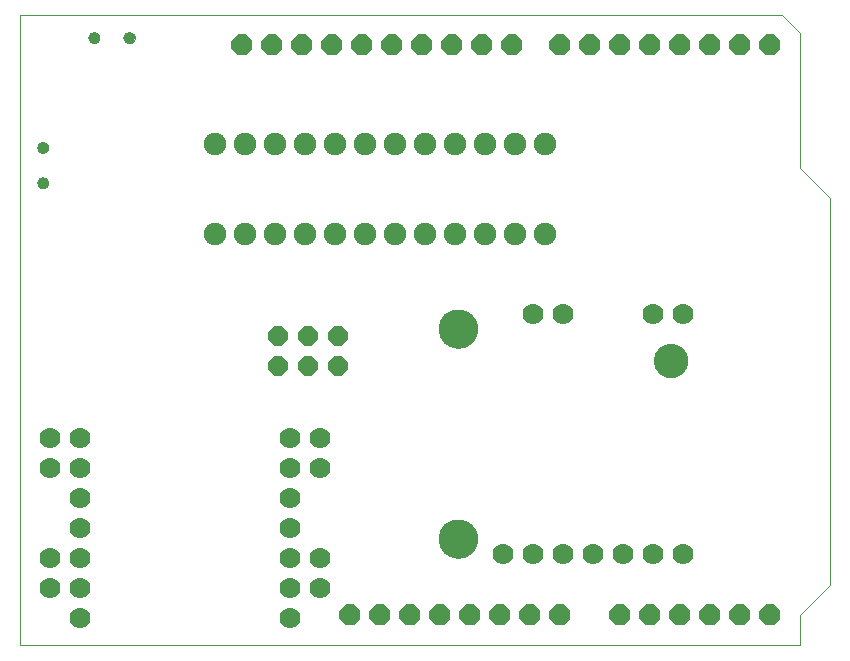
<source format=gbs>
G75*
%MOIN*%
%OFA0B0*%
%FSLAX25Y25*%
%IPPOS*%
%LPD*%
%AMOC8*
5,1,8,0,0,1.08239X$1,22.5*
%
%ADD10C,0.00004*%
%ADD11OC8,0.07000*%
%ADD12C,0.00000*%
%ADD13C,0.03943*%
%ADD14C,0.07000*%
%ADD15C,0.11424*%
%ADD16C,0.12998*%
%ADD17OC8,0.06337*%
%ADD18C,0.07487*%
D10*
X0016500Y0005000D02*
X0276500Y0005000D01*
X0276500Y0015000D01*
X0286500Y0025000D01*
X0286500Y0154000D01*
X0276500Y0164000D01*
X0276500Y0209000D01*
X0270500Y0215000D01*
X0016500Y0215000D01*
X0016500Y0005000D01*
D11*
X0126500Y0015000D03*
X0136500Y0015000D03*
X0146500Y0015000D03*
X0156500Y0015000D03*
X0166500Y0015000D03*
X0176500Y0015000D03*
X0186500Y0015000D03*
X0196500Y0015000D03*
X0216500Y0015000D03*
X0226500Y0015000D03*
X0236500Y0015000D03*
X0246500Y0015000D03*
X0256500Y0015000D03*
X0266500Y0015000D03*
X0266500Y0205000D03*
X0256500Y0205000D03*
X0246500Y0205000D03*
X0236500Y0205000D03*
X0226500Y0205000D03*
X0216500Y0205000D03*
X0206500Y0205000D03*
X0196500Y0205000D03*
X0180500Y0205000D03*
X0170500Y0205000D03*
X0160500Y0205000D03*
X0150500Y0205000D03*
X0140500Y0205000D03*
X0130500Y0205000D03*
X0120500Y0205000D03*
X0110500Y0205000D03*
X0100500Y0205000D03*
X0090500Y0205000D03*
D12*
X0051134Y0207500D02*
X0051136Y0207584D01*
X0051142Y0207667D01*
X0051152Y0207750D01*
X0051166Y0207833D01*
X0051183Y0207915D01*
X0051205Y0207996D01*
X0051230Y0208075D01*
X0051259Y0208154D01*
X0051292Y0208231D01*
X0051328Y0208306D01*
X0051368Y0208380D01*
X0051411Y0208452D01*
X0051458Y0208521D01*
X0051508Y0208588D01*
X0051561Y0208653D01*
X0051617Y0208715D01*
X0051675Y0208775D01*
X0051737Y0208832D01*
X0051801Y0208885D01*
X0051868Y0208936D01*
X0051937Y0208983D01*
X0052008Y0209028D01*
X0052081Y0209068D01*
X0052156Y0209105D01*
X0052233Y0209139D01*
X0052311Y0209169D01*
X0052390Y0209195D01*
X0052471Y0209218D01*
X0052553Y0209236D01*
X0052635Y0209251D01*
X0052718Y0209262D01*
X0052801Y0209269D01*
X0052885Y0209272D01*
X0052969Y0209271D01*
X0053052Y0209266D01*
X0053136Y0209257D01*
X0053218Y0209244D01*
X0053300Y0209228D01*
X0053381Y0209207D01*
X0053462Y0209183D01*
X0053540Y0209155D01*
X0053618Y0209123D01*
X0053694Y0209087D01*
X0053768Y0209048D01*
X0053840Y0209006D01*
X0053910Y0208960D01*
X0053978Y0208911D01*
X0054043Y0208859D01*
X0054106Y0208804D01*
X0054166Y0208746D01*
X0054224Y0208685D01*
X0054278Y0208621D01*
X0054330Y0208555D01*
X0054378Y0208487D01*
X0054423Y0208416D01*
X0054464Y0208343D01*
X0054503Y0208269D01*
X0054537Y0208193D01*
X0054568Y0208115D01*
X0054595Y0208036D01*
X0054619Y0207955D01*
X0054638Y0207874D01*
X0054654Y0207792D01*
X0054666Y0207709D01*
X0054674Y0207625D01*
X0054678Y0207542D01*
X0054678Y0207458D01*
X0054674Y0207375D01*
X0054666Y0207291D01*
X0054654Y0207208D01*
X0054638Y0207126D01*
X0054619Y0207045D01*
X0054595Y0206964D01*
X0054568Y0206885D01*
X0054537Y0206807D01*
X0054503Y0206731D01*
X0054464Y0206657D01*
X0054423Y0206584D01*
X0054378Y0206513D01*
X0054330Y0206445D01*
X0054278Y0206379D01*
X0054224Y0206315D01*
X0054166Y0206254D01*
X0054106Y0206196D01*
X0054043Y0206141D01*
X0053978Y0206089D01*
X0053910Y0206040D01*
X0053840Y0205994D01*
X0053768Y0205952D01*
X0053694Y0205913D01*
X0053618Y0205877D01*
X0053540Y0205845D01*
X0053462Y0205817D01*
X0053381Y0205793D01*
X0053300Y0205772D01*
X0053218Y0205756D01*
X0053136Y0205743D01*
X0053052Y0205734D01*
X0052969Y0205729D01*
X0052885Y0205728D01*
X0052801Y0205731D01*
X0052718Y0205738D01*
X0052635Y0205749D01*
X0052553Y0205764D01*
X0052471Y0205782D01*
X0052390Y0205805D01*
X0052311Y0205831D01*
X0052233Y0205861D01*
X0052156Y0205895D01*
X0052081Y0205932D01*
X0052008Y0205972D01*
X0051937Y0206017D01*
X0051868Y0206064D01*
X0051801Y0206115D01*
X0051737Y0206168D01*
X0051675Y0206225D01*
X0051617Y0206285D01*
X0051561Y0206347D01*
X0051508Y0206412D01*
X0051458Y0206479D01*
X0051411Y0206548D01*
X0051368Y0206620D01*
X0051328Y0206694D01*
X0051292Y0206769D01*
X0051259Y0206846D01*
X0051230Y0206925D01*
X0051205Y0207004D01*
X0051183Y0207085D01*
X0051166Y0207167D01*
X0051152Y0207250D01*
X0051142Y0207333D01*
X0051136Y0207416D01*
X0051134Y0207500D01*
X0039322Y0207500D02*
X0039324Y0207584D01*
X0039330Y0207667D01*
X0039340Y0207750D01*
X0039354Y0207833D01*
X0039371Y0207915D01*
X0039393Y0207996D01*
X0039418Y0208075D01*
X0039447Y0208154D01*
X0039480Y0208231D01*
X0039516Y0208306D01*
X0039556Y0208380D01*
X0039599Y0208452D01*
X0039646Y0208521D01*
X0039696Y0208588D01*
X0039749Y0208653D01*
X0039805Y0208715D01*
X0039863Y0208775D01*
X0039925Y0208832D01*
X0039989Y0208885D01*
X0040056Y0208936D01*
X0040125Y0208983D01*
X0040196Y0209028D01*
X0040269Y0209068D01*
X0040344Y0209105D01*
X0040421Y0209139D01*
X0040499Y0209169D01*
X0040578Y0209195D01*
X0040659Y0209218D01*
X0040741Y0209236D01*
X0040823Y0209251D01*
X0040906Y0209262D01*
X0040989Y0209269D01*
X0041073Y0209272D01*
X0041157Y0209271D01*
X0041240Y0209266D01*
X0041324Y0209257D01*
X0041406Y0209244D01*
X0041488Y0209228D01*
X0041569Y0209207D01*
X0041650Y0209183D01*
X0041728Y0209155D01*
X0041806Y0209123D01*
X0041882Y0209087D01*
X0041956Y0209048D01*
X0042028Y0209006D01*
X0042098Y0208960D01*
X0042166Y0208911D01*
X0042231Y0208859D01*
X0042294Y0208804D01*
X0042354Y0208746D01*
X0042412Y0208685D01*
X0042466Y0208621D01*
X0042518Y0208555D01*
X0042566Y0208487D01*
X0042611Y0208416D01*
X0042652Y0208343D01*
X0042691Y0208269D01*
X0042725Y0208193D01*
X0042756Y0208115D01*
X0042783Y0208036D01*
X0042807Y0207955D01*
X0042826Y0207874D01*
X0042842Y0207792D01*
X0042854Y0207709D01*
X0042862Y0207625D01*
X0042866Y0207542D01*
X0042866Y0207458D01*
X0042862Y0207375D01*
X0042854Y0207291D01*
X0042842Y0207208D01*
X0042826Y0207126D01*
X0042807Y0207045D01*
X0042783Y0206964D01*
X0042756Y0206885D01*
X0042725Y0206807D01*
X0042691Y0206731D01*
X0042652Y0206657D01*
X0042611Y0206584D01*
X0042566Y0206513D01*
X0042518Y0206445D01*
X0042466Y0206379D01*
X0042412Y0206315D01*
X0042354Y0206254D01*
X0042294Y0206196D01*
X0042231Y0206141D01*
X0042166Y0206089D01*
X0042098Y0206040D01*
X0042028Y0205994D01*
X0041956Y0205952D01*
X0041882Y0205913D01*
X0041806Y0205877D01*
X0041728Y0205845D01*
X0041650Y0205817D01*
X0041569Y0205793D01*
X0041488Y0205772D01*
X0041406Y0205756D01*
X0041324Y0205743D01*
X0041240Y0205734D01*
X0041157Y0205729D01*
X0041073Y0205728D01*
X0040989Y0205731D01*
X0040906Y0205738D01*
X0040823Y0205749D01*
X0040741Y0205764D01*
X0040659Y0205782D01*
X0040578Y0205805D01*
X0040499Y0205831D01*
X0040421Y0205861D01*
X0040344Y0205895D01*
X0040269Y0205932D01*
X0040196Y0205972D01*
X0040125Y0206017D01*
X0040056Y0206064D01*
X0039989Y0206115D01*
X0039925Y0206168D01*
X0039863Y0206225D01*
X0039805Y0206285D01*
X0039749Y0206347D01*
X0039696Y0206412D01*
X0039646Y0206479D01*
X0039599Y0206548D01*
X0039556Y0206620D01*
X0039516Y0206694D01*
X0039480Y0206769D01*
X0039447Y0206846D01*
X0039418Y0206925D01*
X0039393Y0207004D01*
X0039371Y0207085D01*
X0039354Y0207167D01*
X0039340Y0207250D01*
X0039330Y0207333D01*
X0039324Y0207416D01*
X0039322Y0207500D01*
X0022228Y0170906D02*
X0022230Y0170990D01*
X0022236Y0171073D01*
X0022246Y0171156D01*
X0022260Y0171239D01*
X0022277Y0171321D01*
X0022299Y0171402D01*
X0022324Y0171481D01*
X0022353Y0171560D01*
X0022386Y0171637D01*
X0022422Y0171712D01*
X0022462Y0171786D01*
X0022505Y0171858D01*
X0022552Y0171927D01*
X0022602Y0171994D01*
X0022655Y0172059D01*
X0022711Y0172121D01*
X0022769Y0172181D01*
X0022831Y0172238D01*
X0022895Y0172291D01*
X0022962Y0172342D01*
X0023031Y0172389D01*
X0023102Y0172434D01*
X0023175Y0172474D01*
X0023250Y0172511D01*
X0023327Y0172545D01*
X0023405Y0172575D01*
X0023484Y0172601D01*
X0023565Y0172624D01*
X0023647Y0172642D01*
X0023729Y0172657D01*
X0023812Y0172668D01*
X0023895Y0172675D01*
X0023979Y0172678D01*
X0024063Y0172677D01*
X0024146Y0172672D01*
X0024230Y0172663D01*
X0024312Y0172650D01*
X0024394Y0172634D01*
X0024475Y0172613D01*
X0024556Y0172589D01*
X0024634Y0172561D01*
X0024712Y0172529D01*
X0024788Y0172493D01*
X0024862Y0172454D01*
X0024934Y0172412D01*
X0025004Y0172366D01*
X0025072Y0172317D01*
X0025137Y0172265D01*
X0025200Y0172210D01*
X0025260Y0172152D01*
X0025318Y0172091D01*
X0025372Y0172027D01*
X0025424Y0171961D01*
X0025472Y0171893D01*
X0025517Y0171822D01*
X0025558Y0171749D01*
X0025597Y0171675D01*
X0025631Y0171599D01*
X0025662Y0171521D01*
X0025689Y0171442D01*
X0025713Y0171361D01*
X0025732Y0171280D01*
X0025748Y0171198D01*
X0025760Y0171115D01*
X0025768Y0171031D01*
X0025772Y0170948D01*
X0025772Y0170864D01*
X0025768Y0170781D01*
X0025760Y0170697D01*
X0025748Y0170614D01*
X0025732Y0170532D01*
X0025713Y0170451D01*
X0025689Y0170370D01*
X0025662Y0170291D01*
X0025631Y0170213D01*
X0025597Y0170137D01*
X0025558Y0170063D01*
X0025517Y0169990D01*
X0025472Y0169919D01*
X0025424Y0169851D01*
X0025372Y0169785D01*
X0025318Y0169721D01*
X0025260Y0169660D01*
X0025200Y0169602D01*
X0025137Y0169547D01*
X0025072Y0169495D01*
X0025004Y0169446D01*
X0024934Y0169400D01*
X0024862Y0169358D01*
X0024788Y0169319D01*
X0024712Y0169283D01*
X0024634Y0169251D01*
X0024556Y0169223D01*
X0024475Y0169199D01*
X0024394Y0169178D01*
X0024312Y0169162D01*
X0024230Y0169149D01*
X0024146Y0169140D01*
X0024063Y0169135D01*
X0023979Y0169134D01*
X0023895Y0169137D01*
X0023812Y0169144D01*
X0023729Y0169155D01*
X0023647Y0169170D01*
X0023565Y0169188D01*
X0023484Y0169211D01*
X0023405Y0169237D01*
X0023327Y0169267D01*
X0023250Y0169301D01*
X0023175Y0169338D01*
X0023102Y0169378D01*
X0023031Y0169423D01*
X0022962Y0169470D01*
X0022895Y0169521D01*
X0022831Y0169574D01*
X0022769Y0169631D01*
X0022711Y0169691D01*
X0022655Y0169753D01*
X0022602Y0169818D01*
X0022552Y0169885D01*
X0022505Y0169954D01*
X0022462Y0170026D01*
X0022422Y0170100D01*
X0022386Y0170175D01*
X0022353Y0170252D01*
X0022324Y0170331D01*
X0022299Y0170410D01*
X0022277Y0170491D01*
X0022260Y0170573D01*
X0022246Y0170656D01*
X0022236Y0170739D01*
X0022230Y0170822D01*
X0022228Y0170906D01*
X0022228Y0159094D02*
X0022230Y0159178D01*
X0022236Y0159261D01*
X0022246Y0159344D01*
X0022260Y0159427D01*
X0022277Y0159509D01*
X0022299Y0159590D01*
X0022324Y0159669D01*
X0022353Y0159748D01*
X0022386Y0159825D01*
X0022422Y0159900D01*
X0022462Y0159974D01*
X0022505Y0160046D01*
X0022552Y0160115D01*
X0022602Y0160182D01*
X0022655Y0160247D01*
X0022711Y0160309D01*
X0022769Y0160369D01*
X0022831Y0160426D01*
X0022895Y0160479D01*
X0022962Y0160530D01*
X0023031Y0160577D01*
X0023102Y0160622D01*
X0023175Y0160662D01*
X0023250Y0160699D01*
X0023327Y0160733D01*
X0023405Y0160763D01*
X0023484Y0160789D01*
X0023565Y0160812D01*
X0023647Y0160830D01*
X0023729Y0160845D01*
X0023812Y0160856D01*
X0023895Y0160863D01*
X0023979Y0160866D01*
X0024063Y0160865D01*
X0024146Y0160860D01*
X0024230Y0160851D01*
X0024312Y0160838D01*
X0024394Y0160822D01*
X0024475Y0160801D01*
X0024556Y0160777D01*
X0024634Y0160749D01*
X0024712Y0160717D01*
X0024788Y0160681D01*
X0024862Y0160642D01*
X0024934Y0160600D01*
X0025004Y0160554D01*
X0025072Y0160505D01*
X0025137Y0160453D01*
X0025200Y0160398D01*
X0025260Y0160340D01*
X0025318Y0160279D01*
X0025372Y0160215D01*
X0025424Y0160149D01*
X0025472Y0160081D01*
X0025517Y0160010D01*
X0025558Y0159937D01*
X0025597Y0159863D01*
X0025631Y0159787D01*
X0025662Y0159709D01*
X0025689Y0159630D01*
X0025713Y0159549D01*
X0025732Y0159468D01*
X0025748Y0159386D01*
X0025760Y0159303D01*
X0025768Y0159219D01*
X0025772Y0159136D01*
X0025772Y0159052D01*
X0025768Y0158969D01*
X0025760Y0158885D01*
X0025748Y0158802D01*
X0025732Y0158720D01*
X0025713Y0158639D01*
X0025689Y0158558D01*
X0025662Y0158479D01*
X0025631Y0158401D01*
X0025597Y0158325D01*
X0025558Y0158251D01*
X0025517Y0158178D01*
X0025472Y0158107D01*
X0025424Y0158039D01*
X0025372Y0157973D01*
X0025318Y0157909D01*
X0025260Y0157848D01*
X0025200Y0157790D01*
X0025137Y0157735D01*
X0025072Y0157683D01*
X0025004Y0157634D01*
X0024934Y0157588D01*
X0024862Y0157546D01*
X0024788Y0157507D01*
X0024712Y0157471D01*
X0024634Y0157439D01*
X0024556Y0157411D01*
X0024475Y0157387D01*
X0024394Y0157366D01*
X0024312Y0157350D01*
X0024230Y0157337D01*
X0024146Y0157328D01*
X0024063Y0157323D01*
X0023979Y0157322D01*
X0023895Y0157325D01*
X0023812Y0157332D01*
X0023729Y0157343D01*
X0023647Y0157358D01*
X0023565Y0157376D01*
X0023484Y0157399D01*
X0023405Y0157425D01*
X0023327Y0157455D01*
X0023250Y0157489D01*
X0023175Y0157526D01*
X0023102Y0157566D01*
X0023031Y0157611D01*
X0022962Y0157658D01*
X0022895Y0157709D01*
X0022831Y0157762D01*
X0022769Y0157819D01*
X0022711Y0157879D01*
X0022655Y0157941D01*
X0022602Y0158006D01*
X0022552Y0158073D01*
X0022505Y0158142D01*
X0022462Y0158214D01*
X0022422Y0158288D01*
X0022386Y0158363D01*
X0022353Y0158440D01*
X0022324Y0158519D01*
X0022299Y0158598D01*
X0022277Y0158679D01*
X0022260Y0158761D01*
X0022246Y0158844D01*
X0022236Y0158927D01*
X0022230Y0159010D01*
X0022228Y0159094D01*
X0156201Y0110500D02*
X0156203Y0110658D01*
X0156209Y0110816D01*
X0156219Y0110974D01*
X0156233Y0111132D01*
X0156251Y0111289D01*
X0156272Y0111446D01*
X0156298Y0111602D01*
X0156328Y0111758D01*
X0156361Y0111913D01*
X0156399Y0112066D01*
X0156440Y0112219D01*
X0156485Y0112371D01*
X0156534Y0112522D01*
X0156587Y0112671D01*
X0156643Y0112819D01*
X0156703Y0112965D01*
X0156767Y0113110D01*
X0156835Y0113253D01*
X0156906Y0113395D01*
X0156980Y0113535D01*
X0157058Y0113672D01*
X0157140Y0113808D01*
X0157224Y0113942D01*
X0157313Y0114073D01*
X0157404Y0114202D01*
X0157499Y0114329D01*
X0157596Y0114454D01*
X0157697Y0114576D01*
X0157801Y0114695D01*
X0157908Y0114812D01*
X0158018Y0114926D01*
X0158131Y0115037D01*
X0158246Y0115146D01*
X0158364Y0115251D01*
X0158485Y0115353D01*
X0158608Y0115453D01*
X0158734Y0115549D01*
X0158862Y0115642D01*
X0158992Y0115732D01*
X0159125Y0115818D01*
X0159260Y0115902D01*
X0159396Y0115981D01*
X0159535Y0116058D01*
X0159676Y0116130D01*
X0159818Y0116200D01*
X0159962Y0116265D01*
X0160108Y0116327D01*
X0160255Y0116385D01*
X0160404Y0116440D01*
X0160554Y0116491D01*
X0160705Y0116538D01*
X0160857Y0116581D01*
X0161010Y0116620D01*
X0161165Y0116656D01*
X0161320Y0116687D01*
X0161476Y0116715D01*
X0161632Y0116739D01*
X0161789Y0116759D01*
X0161947Y0116775D01*
X0162104Y0116787D01*
X0162263Y0116795D01*
X0162421Y0116799D01*
X0162579Y0116799D01*
X0162737Y0116795D01*
X0162896Y0116787D01*
X0163053Y0116775D01*
X0163211Y0116759D01*
X0163368Y0116739D01*
X0163524Y0116715D01*
X0163680Y0116687D01*
X0163835Y0116656D01*
X0163990Y0116620D01*
X0164143Y0116581D01*
X0164295Y0116538D01*
X0164446Y0116491D01*
X0164596Y0116440D01*
X0164745Y0116385D01*
X0164892Y0116327D01*
X0165038Y0116265D01*
X0165182Y0116200D01*
X0165324Y0116130D01*
X0165465Y0116058D01*
X0165604Y0115981D01*
X0165740Y0115902D01*
X0165875Y0115818D01*
X0166008Y0115732D01*
X0166138Y0115642D01*
X0166266Y0115549D01*
X0166392Y0115453D01*
X0166515Y0115353D01*
X0166636Y0115251D01*
X0166754Y0115146D01*
X0166869Y0115037D01*
X0166982Y0114926D01*
X0167092Y0114812D01*
X0167199Y0114695D01*
X0167303Y0114576D01*
X0167404Y0114454D01*
X0167501Y0114329D01*
X0167596Y0114202D01*
X0167687Y0114073D01*
X0167776Y0113942D01*
X0167860Y0113808D01*
X0167942Y0113672D01*
X0168020Y0113535D01*
X0168094Y0113395D01*
X0168165Y0113253D01*
X0168233Y0113110D01*
X0168297Y0112965D01*
X0168357Y0112819D01*
X0168413Y0112671D01*
X0168466Y0112522D01*
X0168515Y0112371D01*
X0168560Y0112219D01*
X0168601Y0112066D01*
X0168639Y0111913D01*
X0168672Y0111758D01*
X0168702Y0111602D01*
X0168728Y0111446D01*
X0168749Y0111289D01*
X0168767Y0111132D01*
X0168781Y0110974D01*
X0168791Y0110816D01*
X0168797Y0110658D01*
X0168799Y0110500D01*
X0168797Y0110342D01*
X0168791Y0110184D01*
X0168781Y0110026D01*
X0168767Y0109868D01*
X0168749Y0109711D01*
X0168728Y0109554D01*
X0168702Y0109398D01*
X0168672Y0109242D01*
X0168639Y0109087D01*
X0168601Y0108934D01*
X0168560Y0108781D01*
X0168515Y0108629D01*
X0168466Y0108478D01*
X0168413Y0108329D01*
X0168357Y0108181D01*
X0168297Y0108035D01*
X0168233Y0107890D01*
X0168165Y0107747D01*
X0168094Y0107605D01*
X0168020Y0107465D01*
X0167942Y0107328D01*
X0167860Y0107192D01*
X0167776Y0107058D01*
X0167687Y0106927D01*
X0167596Y0106798D01*
X0167501Y0106671D01*
X0167404Y0106546D01*
X0167303Y0106424D01*
X0167199Y0106305D01*
X0167092Y0106188D01*
X0166982Y0106074D01*
X0166869Y0105963D01*
X0166754Y0105854D01*
X0166636Y0105749D01*
X0166515Y0105647D01*
X0166392Y0105547D01*
X0166266Y0105451D01*
X0166138Y0105358D01*
X0166008Y0105268D01*
X0165875Y0105182D01*
X0165740Y0105098D01*
X0165604Y0105019D01*
X0165465Y0104942D01*
X0165324Y0104870D01*
X0165182Y0104800D01*
X0165038Y0104735D01*
X0164892Y0104673D01*
X0164745Y0104615D01*
X0164596Y0104560D01*
X0164446Y0104509D01*
X0164295Y0104462D01*
X0164143Y0104419D01*
X0163990Y0104380D01*
X0163835Y0104344D01*
X0163680Y0104313D01*
X0163524Y0104285D01*
X0163368Y0104261D01*
X0163211Y0104241D01*
X0163053Y0104225D01*
X0162896Y0104213D01*
X0162737Y0104205D01*
X0162579Y0104201D01*
X0162421Y0104201D01*
X0162263Y0104205D01*
X0162104Y0104213D01*
X0161947Y0104225D01*
X0161789Y0104241D01*
X0161632Y0104261D01*
X0161476Y0104285D01*
X0161320Y0104313D01*
X0161165Y0104344D01*
X0161010Y0104380D01*
X0160857Y0104419D01*
X0160705Y0104462D01*
X0160554Y0104509D01*
X0160404Y0104560D01*
X0160255Y0104615D01*
X0160108Y0104673D01*
X0159962Y0104735D01*
X0159818Y0104800D01*
X0159676Y0104870D01*
X0159535Y0104942D01*
X0159396Y0105019D01*
X0159260Y0105098D01*
X0159125Y0105182D01*
X0158992Y0105268D01*
X0158862Y0105358D01*
X0158734Y0105451D01*
X0158608Y0105547D01*
X0158485Y0105647D01*
X0158364Y0105749D01*
X0158246Y0105854D01*
X0158131Y0105963D01*
X0158018Y0106074D01*
X0157908Y0106188D01*
X0157801Y0106305D01*
X0157697Y0106424D01*
X0157596Y0106546D01*
X0157499Y0106671D01*
X0157404Y0106798D01*
X0157313Y0106927D01*
X0157224Y0107058D01*
X0157140Y0107192D01*
X0157058Y0107328D01*
X0156980Y0107465D01*
X0156906Y0107605D01*
X0156835Y0107747D01*
X0156767Y0107890D01*
X0156703Y0108035D01*
X0156643Y0108181D01*
X0156587Y0108329D01*
X0156534Y0108478D01*
X0156485Y0108629D01*
X0156440Y0108781D01*
X0156399Y0108934D01*
X0156361Y0109087D01*
X0156328Y0109242D01*
X0156298Y0109398D01*
X0156272Y0109554D01*
X0156251Y0109711D01*
X0156233Y0109868D01*
X0156219Y0110026D01*
X0156209Y0110184D01*
X0156203Y0110342D01*
X0156201Y0110500D01*
X0227788Y0099900D02*
X0227790Y0100048D01*
X0227796Y0100196D01*
X0227806Y0100344D01*
X0227820Y0100491D01*
X0227838Y0100638D01*
X0227859Y0100784D01*
X0227885Y0100930D01*
X0227915Y0101075D01*
X0227948Y0101219D01*
X0227986Y0101362D01*
X0228027Y0101504D01*
X0228072Y0101645D01*
X0228120Y0101785D01*
X0228173Y0101924D01*
X0228229Y0102061D01*
X0228289Y0102196D01*
X0228352Y0102330D01*
X0228419Y0102462D01*
X0228490Y0102592D01*
X0228564Y0102720D01*
X0228641Y0102846D01*
X0228722Y0102970D01*
X0228806Y0103092D01*
X0228893Y0103211D01*
X0228984Y0103328D01*
X0229078Y0103443D01*
X0229174Y0103555D01*
X0229274Y0103665D01*
X0229376Y0103771D01*
X0229482Y0103875D01*
X0229590Y0103976D01*
X0229701Y0104074D01*
X0229814Y0104170D01*
X0229930Y0104262D01*
X0230048Y0104351D01*
X0230169Y0104436D01*
X0230292Y0104519D01*
X0230417Y0104598D01*
X0230544Y0104674D01*
X0230673Y0104746D01*
X0230804Y0104815D01*
X0230937Y0104880D01*
X0231072Y0104941D01*
X0231208Y0104999D01*
X0231345Y0105054D01*
X0231484Y0105104D01*
X0231625Y0105151D01*
X0231766Y0105194D01*
X0231909Y0105234D01*
X0232053Y0105269D01*
X0232197Y0105301D01*
X0232343Y0105328D01*
X0232489Y0105352D01*
X0232636Y0105372D01*
X0232783Y0105388D01*
X0232930Y0105400D01*
X0233078Y0105408D01*
X0233226Y0105412D01*
X0233374Y0105412D01*
X0233522Y0105408D01*
X0233670Y0105400D01*
X0233817Y0105388D01*
X0233964Y0105372D01*
X0234111Y0105352D01*
X0234257Y0105328D01*
X0234403Y0105301D01*
X0234547Y0105269D01*
X0234691Y0105234D01*
X0234834Y0105194D01*
X0234975Y0105151D01*
X0235116Y0105104D01*
X0235255Y0105054D01*
X0235392Y0104999D01*
X0235528Y0104941D01*
X0235663Y0104880D01*
X0235796Y0104815D01*
X0235927Y0104746D01*
X0236056Y0104674D01*
X0236183Y0104598D01*
X0236308Y0104519D01*
X0236431Y0104436D01*
X0236552Y0104351D01*
X0236670Y0104262D01*
X0236786Y0104170D01*
X0236899Y0104074D01*
X0237010Y0103976D01*
X0237118Y0103875D01*
X0237224Y0103771D01*
X0237326Y0103665D01*
X0237426Y0103555D01*
X0237522Y0103443D01*
X0237616Y0103328D01*
X0237707Y0103211D01*
X0237794Y0103092D01*
X0237878Y0102970D01*
X0237959Y0102846D01*
X0238036Y0102720D01*
X0238110Y0102592D01*
X0238181Y0102462D01*
X0238248Y0102330D01*
X0238311Y0102196D01*
X0238371Y0102061D01*
X0238427Y0101924D01*
X0238480Y0101785D01*
X0238528Y0101645D01*
X0238573Y0101504D01*
X0238614Y0101362D01*
X0238652Y0101219D01*
X0238685Y0101075D01*
X0238715Y0100930D01*
X0238741Y0100784D01*
X0238762Y0100638D01*
X0238780Y0100491D01*
X0238794Y0100344D01*
X0238804Y0100196D01*
X0238810Y0100048D01*
X0238812Y0099900D01*
X0238810Y0099752D01*
X0238804Y0099604D01*
X0238794Y0099456D01*
X0238780Y0099309D01*
X0238762Y0099162D01*
X0238741Y0099016D01*
X0238715Y0098870D01*
X0238685Y0098725D01*
X0238652Y0098581D01*
X0238614Y0098438D01*
X0238573Y0098296D01*
X0238528Y0098155D01*
X0238480Y0098015D01*
X0238427Y0097876D01*
X0238371Y0097739D01*
X0238311Y0097604D01*
X0238248Y0097470D01*
X0238181Y0097338D01*
X0238110Y0097208D01*
X0238036Y0097080D01*
X0237959Y0096954D01*
X0237878Y0096830D01*
X0237794Y0096708D01*
X0237707Y0096589D01*
X0237616Y0096472D01*
X0237522Y0096357D01*
X0237426Y0096245D01*
X0237326Y0096135D01*
X0237224Y0096029D01*
X0237118Y0095925D01*
X0237010Y0095824D01*
X0236899Y0095726D01*
X0236786Y0095630D01*
X0236670Y0095538D01*
X0236552Y0095449D01*
X0236431Y0095364D01*
X0236308Y0095281D01*
X0236183Y0095202D01*
X0236056Y0095126D01*
X0235927Y0095054D01*
X0235796Y0094985D01*
X0235663Y0094920D01*
X0235528Y0094859D01*
X0235392Y0094801D01*
X0235255Y0094746D01*
X0235116Y0094696D01*
X0234975Y0094649D01*
X0234834Y0094606D01*
X0234691Y0094566D01*
X0234547Y0094531D01*
X0234403Y0094499D01*
X0234257Y0094472D01*
X0234111Y0094448D01*
X0233964Y0094428D01*
X0233817Y0094412D01*
X0233670Y0094400D01*
X0233522Y0094392D01*
X0233374Y0094388D01*
X0233226Y0094388D01*
X0233078Y0094392D01*
X0232930Y0094400D01*
X0232783Y0094412D01*
X0232636Y0094428D01*
X0232489Y0094448D01*
X0232343Y0094472D01*
X0232197Y0094499D01*
X0232053Y0094531D01*
X0231909Y0094566D01*
X0231766Y0094606D01*
X0231625Y0094649D01*
X0231484Y0094696D01*
X0231345Y0094746D01*
X0231208Y0094801D01*
X0231072Y0094859D01*
X0230937Y0094920D01*
X0230804Y0094985D01*
X0230673Y0095054D01*
X0230544Y0095126D01*
X0230417Y0095202D01*
X0230292Y0095281D01*
X0230169Y0095364D01*
X0230048Y0095449D01*
X0229930Y0095538D01*
X0229814Y0095630D01*
X0229701Y0095726D01*
X0229590Y0095824D01*
X0229482Y0095925D01*
X0229376Y0096029D01*
X0229274Y0096135D01*
X0229174Y0096245D01*
X0229078Y0096357D01*
X0228984Y0096472D01*
X0228893Y0096589D01*
X0228806Y0096708D01*
X0228722Y0096830D01*
X0228641Y0096954D01*
X0228564Y0097080D01*
X0228490Y0097208D01*
X0228419Y0097338D01*
X0228352Y0097470D01*
X0228289Y0097604D01*
X0228229Y0097739D01*
X0228173Y0097876D01*
X0228120Y0098015D01*
X0228072Y0098155D01*
X0228027Y0098296D01*
X0227986Y0098438D01*
X0227948Y0098581D01*
X0227915Y0098725D01*
X0227885Y0098870D01*
X0227859Y0099016D01*
X0227838Y0099162D01*
X0227820Y0099309D01*
X0227806Y0099456D01*
X0227796Y0099604D01*
X0227790Y0099752D01*
X0227788Y0099900D01*
X0156201Y0040500D02*
X0156203Y0040658D01*
X0156209Y0040816D01*
X0156219Y0040974D01*
X0156233Y0041132D01*
X0156251Y0041289D01*
X0156272Y0041446D01*
X0156298Y0041602D01*
X0156328Y0041758D01*
X0156361Y0041913D01*
X0156399Y0042066D01*
X0156440Y0042219D01*
X0156485Y0042371D01*
X0156534Y0042522D01*
X0156587Y0042671D01*
X0156643Y0042819D01*
X0156703Y0042965D01*
X0156767Y0043110D01*
X0156835Y0043253D01*
X0156906Y0043395D01*
X0156980Y0043535D01*
X0157058Y0043672D01*
X0157140Y0043808D01*
X0157224Y0043942D01*
X0157313Y0044073D01*
X0157404Y0044202D01*
X0157499Y0044329D01*
X0157596Y0044454D01*
X0157697Y0044576D01*
X0157801Y0044695D01*
X0157908Y0044812D01*
X0158018Y0044926D01*
X0158131Y0045037D01*
X0158246Y0045146D01*
X0158364Y0045251D01*
X0158485Y0045353D01*
X0158608Y0045453D01*
X0158734Y0045549D01*
X0158862Y0045642D01*
X0158992Y0045732D01*
X0159125Y0045818D01*
X0159260Y0045902D01*
X0159396Y0045981D01*
X0159535Y0046058D01*
X0159676Y0046130D01*
X0159818Y0046200D01*
X0159962Y0046265D01*
X0160108Y0046327D01*
X0160255Y0046385D01*
X0160404Y0046440D01*
X0160554Y0046491D01*
X0160705Y0046538D01*
X0160857Y0046581D01*
X0161010Y0046620D01*
X0161165Y0046656D01*
X0161320Y0046687D01*
X0161476Y0046715D01*
X0161632Y0046739D01*
X0161789Y0046759D01*
X0161947Y0046775D01*
X0162104Y0046787D01*
X0162263Y0046795D01*
X0162421Y0046799D01*
X0162579Y0046799D01*
X0162737Y0046795D01*
X0162896Y0046787D01*
X0163053Y0046775D01*
X0163211Y0046759D01*
X0163368Y0046739D01*
X0163524Y0046715D01*
X0163680Y0046687D01*
X0163835Y0046656D01*
X0163990Y0046620D01*
X0164143Y0046581D01*
X0164295Y0046538D01*
X0164446Y0046491D01*
X0164596Y0046440D01*
X0164745Y0046385D01*
X0164892Y0046327D01*
X0165038Y0046265D01*
X0165182Y0046200D01*
X0165324Y0046130D01*
X0165465Y0046058D01*
X0165604Y0045981D01*
X0165740Y0045902D01*
X0165875Y0045818D01*
X0166008Y0045732D01*
X0166138Y0045642D01*
X0166266Y0045549D01*
X0166392Y0045453D01*
X0166515Y0045353D01*
X0166636Y0045251D01*
X0166754Y0045146D01*
X0166869Y0045037D01*
X0166982Y0044926D01*
X0167092Y0044812D01*
X0167199Y0044695D01*
X0167303Y0044576D01*
X0167404Y0044454D01*
X0167501Y0044329D01*
X0167596Y0044202D01*
X0167687Y0044073D01*
X0167776Y0043942D01*
X0167860Y0043808D01*
X0167942Y0043672D01*
X0168020Y0043535D01*
X0168094Y0043395D01*
X0168165Y0043253D01*
X0168233Y0043110D01*
X0168297Y0042965D01*
X0168357Y0042819D01*
X0168413Y0042671D01*
X0168466Y0042522D01*
X0168515Y0042371D01*
X0168560Y0042219D01*
X0168601Y0042066D01*
X0168639Y0041913D01*
X0168672Y0041758D01*
X0168702Y0041602D01*
X0168728Y0041446D01*
X0168749Y0041289D01*
X0168767Y0041132D01*
X0168781Y0040974D01*
X0168791Y0040816D01*
X0168797Y0040658D01*
X0168799Y0040500D01*
X0168797Y0040342D01*
X0168791Y0040184D01*
X0168781Y0040026D01*
X0168767Y0039868D01*
X0168749Y0039711D01*
X0168728Y0039554D01*
X0168702Y0039398D01*
X0168672Y0039242D01*
X0168639Y0039087D01*
X0168601Y0038934D01*
X0168560Y0038781D01*
X0168515Y0038629D01*
X0168466Y0038478D01*
X0168413Y0038329D01*
X0168357Y0038181D01*
X0168297Y0038035D01*
X0168233Y0037890D01*
X0168165Y0037747D01*
X0168094Y0037605D01*
X0168020Y0037465D01*
X0167942Y0037328D01*
X0167860Y0037192D01*
X0167776Y0037058D01*
X0167687Y0036927D01*
X0167596Y0036798D01*
X0167501Y0036671D01*
X0167404Y0036546D01*
X0167303Y0036424D01*
X0167199Y0036305D01*
X0167092Y0036188D01*
X0166982Y0036074D01*
X0166869Y0035963D01*
X0166754Y0035854D01*
X0166636Y0035749D01*
X0166515Y0035647D01*
X0166392Y0035547D01*
X0166266Y0035451D01*
X0166138Y0035358D01*
X0166008Y0035268D01*
X0165875Y0035182D01*
X0165740Y0035098D01*
X0165604Y0035019D01*
X0165465Y0034942D01*
X0165324Y0034870D01*
X0165182Y0034800D01*
X0165038Y0034735D01*
X0164892Y0034673D01*
X0164745Y0034615D01*
X0164596Y0034560D01*
X0164446Y0034509D01*
X0164295Y0034462D01*
X0164143Y0034419D01*
X0163990Y0034380D01*
X0163835Y0034344D01*
X0163680Y0034313D01*
X0163524Y0034285D01*
X0163368Y0034261D01*
X0163211Y0034241D01*
X0163053Y0034225D01*
X0162896Y0034213D01*
X0162737Y0034205D01*
X0162579Y0034201D01*
X0162421Y0034201D01*
X0162263Y0034205D01*
X0162104Y0034213D01*
X0161947Y0034225D01*
X0161789Y0034241D01*
X0161632Y0034261D01*
X0161476Y0034285D01*
X0161320Y0034313D01*
X0161165Y0034344D01*
X0161010Y0034380D01*
X0160857Y0034419D01*
X0160705Y0034462D01*
X0160554Y0034509D01*
X0160404Y0034560D01*
X0160255Y0034615D01*
X0160108Y0034673D01*
X0159962Y0034735D01*
X0159818Y0034800D01*
X0159676Y0034870D01*
X0159535Y0034942D01*
X0159396Y0035019D01*
X0159260Y0035098D01*
X0159125Y0035182D01*
X0158992Y0035268D01*
X0158862Y0035358D01*
X0158734Y0035451D01*
X0158608Y0035547D01*
X0158485Y0035647D01*
X0158364Y0035749D01*
X0158246Y0035854D01*
X0158131Y0035963D01*
X0158018Y0036074D01*
X0157908Y0036188D01*
X0157801Y0036305D01*
X0157697Y0036424D01*
X0157596Y0036546D01*
X0157499Y0036671D01*
X0157404Y0036798D01*
X0157313Y0036927D01*
X0157224Y0037058D01*
X0157140Y0037192D01*
X0157058Y0037328D01*
X0156980Y0037465D01*
X0156906Y0037605D01*
X0156835Y0037747D01*
X0156767Y0037890D01*
X0156703Y0038035D01*
X0156643Y0038181D01*
X0156587Y0038329D01*
X0156534Y0038478D01*
X0156485Y0038629D01*
X0156440Y0038781D01*
X0156399Y0038934D01*
X0156361Y0039087D01*
X0156328Y0039242D01*
X0156298Y0039398D01*
X0156272Y0039554D01*
X0156251Y0039711D01*
X0156233Y0039868D01*
X0156219Y0040026D01*
X0156209Y0040184D01*
X0156203Y0040342D01*
X0156201Y0040500D01*
D13*
X0024000Y0159094D03*
X0024000Y0170906D03*
X0041094Y0207500D03*
X0052906Y0207500D03*
D14*
X0187500Y0115500D03*
X0197500Y0115500D03*
X0227500Y0115500D03*
X0237500Y0115500D03*
X0237500Y0035500D03*
X0227500Y0035500D03*
X0217500Y0035500D03*
X0207500Y0035500D03*
X0197500Y0035500D03*
X0187500Y0035500D03*
X0177500Y0035500D03*
X0116500Y0034000D03*
X0106500Y0034000D03*
X0106500Y0024000D03*
X0106500Y0014000D03*
X0116500Y0024000D03*
X0106500Y0044000D03*
X0106500Y0054000D03*
X0106500Y0064000D03*
X0106500Y0074000D03*
X0116500Y0074000D03*
X0116500Y0064000D03*
X0036500Y0064000D03*
X0026500Y0064000D03*
X0026500Y0074000D03*
X0036500Y0074000D03*
X0036500Y0054000D03*
X0036500Y0044000D03*
X0036500Y0034000D03*
X0026500Y0034000D03*
X0026500Y0024000D03*
X0036500Y0024000D03*
X0036500Y0014000D03*
D15*
X0233300Y0099900D03*
D16*
X0162500Y0110500D03*
X0162500Y0040500D03*
D17*
X0122500Y0098000D03*
X0112500Y0098000D03*
X0102500Y0098000D03*
X0102500Y0108000D03*
X0112500Y0108000D03*
X0122500Y0108000D03*
D18*
X0121500Y0142000D03*
X0111500Y0142000D03*
X0101500Y0142000D03*
X0091500Y0142000D03*
X0081500Y0142000D03*
X0081500Y0172000D03*
X0091500Y0172000D03*
X0101500Y0172000D03*
X0111500Y0172000D03*
X0121500Y0172000D03*
X0131500Y0172000D03*
X0141500Y0172000D03*
X0151500Y0172000D03*
X0161500Y0172000D03*
X0171500Y0172000D03*
X0181500Y0172000D03*
X0191500Y0172000D03*
X0191500Y0142000D03*
X0181500Y0142000D03*
X0171500Y0142000D03*
X0161500Y0142000D03*
X0151500Y0142000D03*
X0141500Y0142000D03*
X0131500Y0142000D03*
M02*

</source>
